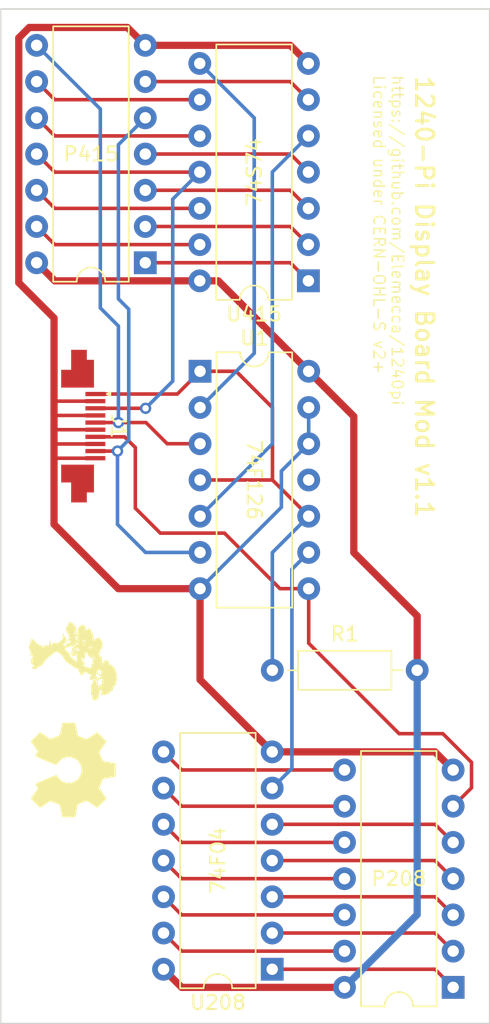
<source format=kicad_pcb>
(kicad_pcb (version 20211014) (generator pcbnew)
  (title_block (title "1240-Pi Display Board Mod") (date "2022-05-21") (rev "1.1") (company "© 2022 Sam Hanes, licensed under CERN-OHL-S v2+") (comment 1 "https://github.com/Elemecca/1240pi"))
  (layers (0 "F.Cu" signal "Front") (31 "B.Cu" signal "Back") (34 "B.Paste" user) (35 "F.Paste" user) (36 "B.SilkS" user "B.Silkscreen") (37 "F.SilkS" user "F.Silkscreen") (38 "B.Mask" user) (39 "F.Mask" user) (44 "Edge.Cuts" user))
  (net 0 "")
  (net 1 "GND")
  (net 2 "+5V")
  (net 3 "/~{EXT_EN}")
  (net 4 "/PIX_CLK")
  (net 5 "/VIDEO")
  (net 6 "/~{HDRIVE}")
  (net 7 "/~{VDRIVE}")
  (net 8 "Net-(P208-Pad1)")
  (net 9 "Net-(P208-Pad2)")
  (net 10 "Net-(P208-Pad3)")
  (net 11 "Net-(P208-Pad4)")
  (net 12 "Net-(U208-Pad5)")
  (net 13 "Net-(P208-Pad12)")
  (net 14 "Net-(P208-Pad8)")
  (net 15 "Net-(P208-Pad9)")
  (net 16 "Net-(P208-Pad10)")
  (net 17 "Net-(P208-Pad11)")
  (net 18 "Net-(P208-Pad13)")
  (net 19 "Net-(P415-Pad1)")
  (net 20 "Net-(P415-Pad2)")
  (net 21 "Net-(P415-Pad3)")
  (net 22 "Net-(P415-Pad4)")
  (net 23 "Net-(P415-Pad6)")
  (net 24 "Net-(P415-Pad9)")
  (net 25 "Net-(P415-Pad10)")
  (net 26 "Net-(P415-Pad12)")
  (net 27 "Net-(P415-Pad13)")
  (net 28 "Net-(U1-Pad9)")
  (net 29 "Net-(U1-Pad2)")
  (net 31 "Net-(U1-Pad5)")
  (footprint "Resistor_THT:R_Axial_DIN0207_L6.3mm_D2.5mm_P10.16mm_Horizontal" (layer "F.Cu") (at 128.27 94.615 180)
    (fp_text reference "R1" (at 5.08 2.54 180) (layer "F.SilkS"))
    (fp_text value "10k")
    (pad "1" thru_hole circle (at 0 0 180) (size 1.6 1.6) (drill 0.8) (layers *.Cu *.Mask) (net 2 "+5V"))
    (pad "2" thru_hole oval (at 10.16 0 180) (size 1.6 1.6) (drill 0.8) (layers *.Cu *.Mask) (net 3 "/~{EXT_EN}"))
  )
  (footprint "Package_DIP:DIP-14_W7.62mm" (layer "F.Cu") (at 109.2 66.045 180)
    (fp_text reference "P415" (at 3.81 7.62) (layer "F.SilkS"))
    (fp_text value "Header")
    (pad "1" thru_hole rect locked (at 0 0 180) (size 1.6 1.6) (drill 0.8) (layers *.Cu *.Mask) (net 19 "Net-(P415-Pad1)"))
    (pad "2" thru_hole oval locked (at 0 2.54 180) (size 1.6 1.6) (drill 0.8) (layers *.Cu *.Mask) (net 20 "Net-(P415-Pad2)"))
    (pad "3" thru_hole oval locked (at 0 5.08 180) (size 1.6 1.6) (drill 0.8) (layers *.Cu *.Mask) (net 21 "Net-(P415-Pad3)"))
    (pad "4" thru_hole oval locked (at 0 7.62 180) (size 1.6 1.6) (drill 0.8) (layers *.Cu *.Mask) (net 22 "Net-(P415-Pad4)"))
    (pad "5" thru_hole oval locked (at 0 10.16 180) (size 1.6 1.6) (drill 0.8) (layers *.Cu *.Mask) (net 7 "/~{VDRIVE}"))
    (pad "6" thru_hole oval locked (at 0 12.7 180) (size 1.6 1.6) (drill 0.8) (layers *.Cu *.Mask) (net 23 "Net-(P415-Pad6)"))
    (pad "7" thru_hole oval locked (at 0 15.24 180) (size 1.6 1.6) (drill 0.8) (layers *.Cu *.Mask) (net 1 "GND"))
    (pad "8" thru_hole oval locked (at 7.62 15.24 180) (size 1.6 1.6) (drill 0.8) (layers *.Cu *.Mask) (net 5 "/VIDEO"))
    (pad "9" thru_hole oval locked (at 7.62 12.7 180) (size 1.6 1.6) (drill 0.8) (layers *.Cu *.Mask) (net 24 "Net-(P415-Pad9)"))
    (pad "10" thru_hole oval locked (at 7.62 10.16 180) (size 1.6 1.6) (drill 0.8) (layers *.Cu *.Mask) (net 25 "Net-(P415-Pad10)"))
    (pad "11" thru_hole oval locked (at 7.62 7.62 180) (size 1.6 1.6) (drill 0.8) (layers *.Cu *.Mask) (net 4 "/PIX_CLK"))
    (pad "12" thru_hole oval locked (at 7.62 5.08 180) (size 1.6 1.6) (drill 0.8) (layers *.Cu *.Mask) (net 26 "Net-(P415-Pad12)"))
    (pad "13" thru_hole oval locked (at 7.62 2.54 180) (size 1.6 1.6) (drill 0.8) (layers *.Cu *.Mask) (net 27 "Net-(P415-Pad13)"))
    (pad "14" thru_hole oval locked (at 7.62 0 180) (size 1.6 1.6) (drill 0.8) (layers *.Cu *.Mask) (net 2 "+5V"))
  )
  (footprint "Package_DIP:DIP-14_W7.62mm" (layer "F.Cu") (at 130.79 116.845 180)
    (fp_text reference "P208" (at 3.81 7.62) (layer "F.SilkS"))
    (fp_text value "Header")
    (pad "1" thru_hole rect locked (at 0 0 180) (size 1.6 1.6) (drill 0.8) (layers *.Cu *.Mask) (net 8 "Net-(P208-Pad1)"))
    (pad "2" thru_hole oval locked (at 0 2.54 180) (size 1.6 1.6) (drill 0.8) (layers *.Cu *.Mask) (net 9 "Net-(P208-Pad2)"))
    (pad "3" thru_hole oval locked (at 0 5.08 180) (size 1.6 1.6) (drill 0.8) (layers *.Cu *.Mask) (net 10 "Net-(P208-Pad3)"))
    (pad "4" thru_hole oval locked (at 0 7.62 180) (size 1.6 1.6) (drill 0.8) (layers *.Cu *.Mask) (net 11 "Net-(P208-Pad4)"))
    (pad "5" thru_hole oval locked (at 0 10.16 180) (size 1.6 1.6) (drill 0.8) (layers *.Cu *.Mask) (net 12 "Net-(U208-Pad5)"))
    (pad "6" thru_hole oval locked (at 0 12.7 180) (size 1.6 1.6) (drill 0.8) (layers *.Cu *.Mask) (net 6 "/~{HDRIVE}"))
    (pad "7" thru_hole oval locked (at 0 15.24 180) (size 1.6 1.6) (drill 0.8) (layers *.Cu *.Mask) (net 1 "GND"))
    (pad "8" thru_hole oval locked (at 7.62 15.24 180) (size 1.6 1.6) (drill 0.8) (layers *.Cu *.Mask) (net 14 "Net-(P208-Pad8)"))
    (pad "9" thru_hole oval locked (at 7.62 12.7 180) (size 1.6 1.6) (drill 0.8) (layers *.Cu *.Mask) (net 15 "Net-(P208-Pad9)"))
    (pad "10" thru_hole oval locked (at 7.62 10.16 180) (size 1.6 1.6) (drill 0.8) (layers *.Cu *.Mask) (net 16 "Net-(P208-Pad10)"))
    (pad "11" thru_hole oval locked (at 7.62 7.62 180) (size 1.6 1.6) (drill 0.8) (layers *.Cu *.Mask) (net 17 "Net-(P208-Pad11)"))
    (pad "12" thru_hole oval locked (at 7.62 5.08 180) (size 1.6 1.6) (drill 0.8) (layers *.Cu *.Mask) (net 13 "Net-(P208-Pad12)"))
    (pad "13" thru_hole oval locked (at 7.62 2.54 180) (size 1.6 1.6) (drill 0.8) (layers *.Cu *.Mask) (net 18 "Net-(P208-Pad13)"))
    (pad "14" thru_hole oval locked (at 7.62 0 180) (size 1.6 1.6) (drill 0.8) (layers *.Cu *.Mask) (net 2 "+5V"))
  )
  (footprint "0Local:Symbol_Bonsai_6.7mm" (layer "F.Cu") (at 104.14 93.98 -90)
    (fp_text reference "G***" hide)
    (fp_text value "LOGO" hide)
  )
  (footprint "Package_DIP:DIP-14_W7.62mm" (layer "F.Cu") (at 113.040008 73.654996)
    (fp_text reference "U1" (at 3.81 -2.33) (layer "F.SilkS"))
    (fp_text value "74F126")
    (fp_text user "${VALUE}" (at 3.799992 7.625004 270 unlocked) (layer "F.SilkS"))
    (pad "1" thru_hole rect (at 0 0) (size 1.6 1.6) (drill 0.8) (layers *.Cu *.Mask) (net 3 "/~{EXT_EN}"))
    (pad "2" thru_hole oval (at 0 2.54) (size 1.6 1.6) (drill 0.8) (layers *.Cu *.Mask) (net 29 "Net-(U1-Pad2)"))
    (pad "3" thru_hole oval (at 0 5.08) (size 1.6 1.6) (drill 0.8) (layers *.Cu *.Mask) (net 5 "/VIDEO"))
    (pad "4" thru_hole oval (at 0 7.62) (size 1.6 1.6) (drill 0.8) (layers *.Cu *.Mask) (net 3 "/~{EXT_EN}"))
    (pad "5" thru_hole oval (at 0 10.16) (size 1.6 1.6) (drill 0.8) (layers *.Cu *.Mask) (net 31 "Net-(U1-Pad5)"))
    (pad "6" thru_hole oval (at 0 12.7) (size 1.6 1.6) (drill 0.8) (layers *.Cu *.Mask) (net 7 "/~{VDRIVE}"))
    (pad "7" thru_hole oval (at 0 15.24) (size 1.6 1.6) (drill 0.8) (layers *.Cu *.Mask) (net 1 "GND"))
    (pad "8" thru_hole oval (at 7.62 15.24) (size 1.6 1.6) (drill 0.8) (layers *.Cu *.Mask) (net 6 "/~{HDRIVE}"))
    (pad "9" thru_hole oval (at 7.62 12.7) (size 1.6 1.6) (drill 0.8) (layers *.Cu *.Mask) (net 28 "Net-(U1-Pad9)"))
    (pad "10" thru_hole oval (at 7.62 10.16) (size 1.6 1.6) (drill 0.8) (layers *.Cu *.Mask) (net 3 "/~{EXT_EN}"))
    (pad "11" thru_hole oval (at 7.62 7.62) (size 1.6 1.6) (drill 0.8) (layers *.Cu *.Mask))
    (pad "12" thru_hole oval (at 7.62 5.08) (size 1.6 1.6) (drill 0.8) (layers *.Cu *.Mask) (net 1 "GND"))
    (pad "13" thru_hole oval (at 7.62 2.54) (size 1.6 1.6) (drill 0.8) (layers *.Cu *.Mask) (net 1 "GND"))
    (pad "14" thru_hole oval (at 7.62 0) (size 1.6 1.6) (drill 0.8) (layers *.Cu *.Mask) (net 2 "+5V"))
  )
  (footprint "Package_DIP:DIP-14_W7.62mm" (layer "F.Cu") (at 118.1 115.574996 180)
    (fp_text reference "U208" (at 3.81 -2.33) (layer "F.SilkS"))
    (fp_text value "74F04")
    (fp_text user "${VALUE}" (at 3.799992 7.625004 90 unlocked) (layer "F.SilkS"))
    (pad "1" thru_hole rect (at 0 0 180) (size 1.6 1.6) (drill 0.8) (layers *.Cu *.Mask) (net 8 "Net-(P208-Pad1)"))
    (pad "2" thru_hole oval (at 0 2.54 180) (size 1.6 1.6) (drill 0.8) (layers *.Cu *.Mask) (net 9 "Net-(P208-Pad2)"))
    (pad "3" thru_hole oval (at 0 5.08 180) (size 1.6 1.6) (drill 0.8) (layers *.Cu *.Mask) (net 10 "Net-(P208-Pad3)"))
    (pad "4" thru_hole oval (at 0 7.62 180) (size 1.6 1.6) (drill 0.8) (layers *.Cu *.Mask) (net 11 "Net-(P208-Pad4)"))
    (pad "5" thru_hole oval (at 0 10.16 180) (size 1.6 1.6) (drill 0.8) (layers *.Cu *.Mask) (net 12 "Net-(U208-Pad5)"))
    (pad "6" thru_hole oval (at 0 12.7 180) (size 1.6 1.6) (drill 0.8) (layers *.Cu *.Mask) (net 28 "Net-(U1-Pad9)"))
    (pad "7" thru_hole oval (at 0 15.24 180) (size 1.6 1.6) (drill 0.8) (layers *.Cu *.Mask) (net 1 "GND"))
    (pad "8" thru_hole oval (at 7.62 15.24 180) (size 1.6 1.6) (drill 0.8) (layers *.Cu *.Mask) (net 14 "Net-(P208-Pad8)"))
    (pad "9" thru_hole oval (at 7.62 12.7 180) (size 1.6 1.6) (drill 0.8) (layers *.Cu *.Mask) (net 15 "Net-(P208-Pad9)"))
    (pad "10" thru_hole oval (at 7.62 10.16 180) (size 1.6 1.6) (drill 0.8) (layers *.Cu *.Mask) (net 16 "Net-(P208-Pad10)"))
    (pad "11" thru_hole oval (at 7.62 7.62 180) (size 1.6 1.6) (drill 0.8) (layers *.Cu *.Mask) (net 17 "Net-(P208-Pad11)"))
    (pad "12" thru_hole oval (at 7.62 5.08 180) (size 1.6 1.6) (drill 0.8) (layers *.Cu *.Mask) (net 13 "Net-(P208-Pad12)"))
    (pad "13" thru_hole oval (at 7.62 2.54 180) (size 1.6 1.6) (drill 0.8) (layers *.Cu *.Mask) (net 18 "Net-(P208-Pad13)"))
    (pad "14" thru_hole oval (at 7.62 0 180) (size 1.6 1.6) (drill 0.8) (layers *.Cu *.Mask) (net 2 "+5V"))
  )
  (footprint "Package_DIP:DIP-14_W7.62mm" (layer "F.Cu") (at 120.64 67.314996 180)
    (fp_text reference "U415" (at 3.81 -2.33) (layer "F.SilkS"))
    (fp_text value "74S74")
    (fp_text user "${VALUE}" (at 3.799992 7.625004 90 unlocked) (layer "F.SilkS"))
    (pad "1" thru_hole rect (at 0 0 180) (size 1.6 1.6) (drill 0.8) (layers *.Cu *.Mask) (net 19 "Net-(P415-Pad1)"))
    (pad "2" thru_hole oval (at 0 2.54 180) (size 1.6 1.6) (drill 0.8) (layers *.Cu *.Mask) (net 20 "Net-(P415-Pad2)"))
    (pad "3" thru_hole oval (at 0 5.08 180) (size 1.6 1.6) (drill 0.8) (layers *.Cu *.Mask) (net 21 "Net-(P415-Pad3)"))
    (pad "4" thru_hole oval (at 0 7.62 180) (size 1.6 1.6) (drill 0.8) (layers *.Cu *.Mask) (net 22 "Net-(P415-Pad4)"))
    (pad "5" thru_hole oval (at 0 10.16 180) (size 1.6 1.6) (drill 0.8) (layers *.Cu *.Mask) (net 31 "Net-(U1-Pad5)"))
    (pad "6" thru_hole oval (at 0 12.7 180) (size 1.6 1.6) (drill 0.8) (layers *.Cu *.Mask) (net 23 "Net-(P415-Pad6)"))
    (pad "7" thru_hole oval (at 0 15.24 180) (size 1.6 1.6) (drill 0.8) (layers *.Cu *.Mask) (net 1 "GND"))
    (pad "8" thru_hole oval (at 7.62 15.24 180) (size 1.6 1.6) (drill 0.8) (layers *.Cu *.Mask) (net 29 "Net-(U1-Pad2)"))
    (pad "9" thru_hole oval (at 7.62 12.7 180) (size 1.6 1.6) (drill 0.8) (layers *.Cu *.Mask) (net 24 "Net-(P415-Pad9)"))
    (pad "10" thru_hole oval (at 7.62 10.16 180) (size 1.6 1.6) (drill 0.8) (layers *.Cu *.Mask) (net 25 "Net-(P415-Pad10)"))
    (pad "11" thru_hole oval (at 7.62 7.62 180) (size 1.6 1.6) (drill 0.8) (layers *.Cu *.Mask) (net 4 "/PIX_CLK"))
    (pad "12" thru_hole oval (at 7.62 5.08 180) (size 1.6 1.6) (drill 0.8) (layers *.Cu *.Mask) (net 26 "Net-(P415-Pad12)"))
    (pad "13" thru_hole oval (at 7.62 2.54 180) (size 1.6 1.6) (drill 0.8) (layers *.Cu *.Mask) (net 27 "Net-(P415-Pad13)"))
    (pad "14" thru_hole oval (at 7.62 0 180) (size 1.6 1.6) (drill 0.8) (layers *.Cu *.Mask) (net 2 "+5V"))
  )
  (footprint "0Local:Amphenol_SFV10R-1ST" (layer "F.Cu") (at 104 77.5 -90)
    (fp_text reference "J1" (at 0 -3.3 -90 unlocked) (layer "F.SilkS"))
    (fp_text value "SFV10R-1ST")
    (pad "1" smd rect (at -2.25 -1.7 270) (size 0.3 1.4) (layers "F.Cu" "F.Paste" "F.Mask") (net 3 "/~{EXT_EN}"))
    (pad "2" smd rect (at -1.75 -1.7 270) (size 0.3 1.4) (layers "F.Cu" "F.Paste" "F.Mask") (net 1 "GND"))
    (pad "3" smd rect (at -1.25 -1.7 270) (size 0.3 1.4) (layers "F.Cu" "F.Paste" "F.Mask") (net 4 "/PIX_CLK"))
    (pad "4" smd rect (at -0.75 -1.7 270) (size 0.3 1.4) (layers "F.Cu" "F.Paste" "F.Mask") (net 1 "GND"))
    (pad "5" smd rect (at -0.25 -1.7 270) (size 0.3 1.4) (layers "F.Cu" "F.Paste" "F.Mask") (net 5 "/VIDEO"))
    (pad "6" smd rect (at 0.25 -1.7 270) (size 0.3 1.4) (layers "F.Cu" "F.Paste" "F.Mask") (net 1 "GND"))
    (pad "7" smd rect (at 0.75 -1.7 270) (size 0.3 1.4) (layers "F.Cu" "F.Paste" "F.Mask") (net 6 "/~{HDRIVE}"))
    (pad "8" smd rect (at 1.25 -1.7 270) (size 0.3 1.4) (layers "F.Cu" "F.Paste" "F.Mask") (net 1 "GND"))
    (pad "9" smd rect (at 1.75 -1.7 270) (size 0.3 1.4) (layers "F.Cu" "F.Paste" "F.Mask") (net 7 "/~{VDRIVE}"))
    (pad "10" smd rect (at 2.25 -1.7 270) (size 0.3 1.4) (layers "F.Cu" "F.Paste" "F.Mask") (net 1 "GND"))
    (pad "MP" smd custom (at -3.675 -0.8 270) (size 1.95 1.6) (layers "F.Cu" "F.Paste" "F.Mask") (options (clearance outline) (anchor rect)) (primitives (gr_poly (pts (xy 0.975 -0.8) (xy 0.975 1.5) (xy -0.275 1.5) (xy -0.275 0.8) (xy -1.675 0.8) (xy -1.675 -0.3) (xy -0.975 -0.3) (xy -0.975 -0.8)) (width 0) (fill yes))))
    (pad "MP" smd custom (at 3.675 -0.8 270) (size 1.95 1.6) (layers "F.Cu" "F.Paste" "F.Mask") (options (clearance outline) (anchor rect)) (primitives (gr_poly (pts (xy -0.975 -0.8) (xy -0.975 1.5) (xy 0.275 1.5) (xy 0.275 0.8) (xy 1.675 0.8) (xy 1.675 -0.3) (xy 0.975 -0.3) (xy 0.975 -0.8)) (width 0) (fill yes))))
  )
  (footprint "Symbol:OSHW-Symbol_6.7x6mm_SilkScreen" (layer "F.Cu") (at 104.14 101.6 -90)
    (fp_text reference "REF**" hide)
    (fp_text value "OSHW-Symbol_6.7x6mm_SilkScreen" hide)
  )
  (gr_rect (start 133.35 119.38) (end 99.06 48.26) (layer "Edge.Cuts") (width 0.1) (fill none))
  (gr_text "1240-Pi Display Board Mod v${REVISION}" (at 128.778 52.832 270) (layer "F.SilkS") (effects (font (size 1.2192 1.2192) (thickness 0.2032)) (justify left)))
  (gr_text "https://github.com/Elemecca/1240pi\nLicensed under CERN-OHL-S v2+" (at 126.238 52.832 -90) (layer "F.SilkS") (effects (font (size 0.8 0.8) (thickness 0.1)) (justify left)))
  (segment (start 105.7 75.75) (end 102.95 75.75) (width 0.25) (layer "F.Cu") (net 1))
  (segment (start 102.8 76.6) (end 102.8 77.8) (width 0.508) (layer "F.Cu") (net 1))
  (segment (start 102.95 75.75) (end 102.8 75.6) (width 0.25) (layer "F.Cu") (net 1))
  (segment (start 109.2 50.805) (end 119.370004 50.805) (width 0.508) (layer "F.Cu") (net 1))
  (segment (start 129.519996 100.334996) (end 130.79 101.605) (width 0.508) (layer "F.Cu") (net 1))
  (segment (start 102.8 84.385) (end 102.8 79.6) (width 0.508) (layer "F.Cu") (net 1))
  (segment (start 113.040008 88.894996) (end 107.309996 88.894996) (width 0.508) (layer "F.Cu") (net 1))
  (segment (start 118.1 100.334996) (end 129.519996 100.334996) (width 0.508) (layer "F.Cu") (net 1))
  (segment (start 107.309996 88.894996) (end 102.8 84.385) (width 0.508) (layer "F.Cu") (net 1))
  (segment (start 105.7 78.75) (end 102.95 78.75) (width 0.25) (layer "F.Cu") (net 1))
  (segment (start 105.7 77.75) (end 102.85 77.75) (width 0.25) (layer "F.Cu") (net 1))
  (segment (start 102.8 69.92) (end 100.326489 67.446489) (width 0.508) (layer "F.Cu") (net 1))
  (segment (start 102.85 77.75) (end 102.8 77.8) (width 0.25) (layer "F.Cu") (net 1))
  (segment (start 102.8 78.6) (end 102.8 79.6) (width 0.508) (layer "F.Cu") (net 1))
  (segment (start 113.040008 95.275004) (end 118.1 100.334996) (width 0.508) (layer "F.Cu") (net 1))
  (segment (start 102.95 76.75) (end 102.8 76.6) (width 0.25) (layer "F.Cu") (net 1))
  (segment (start 102.95 78.75) (end 102.8 78.6) (width 0.25) (layer "F.Cu") (net 1))
  (segment (start 102.8 77.8) (end 102.8 78.6) (width 0.508) (layer "F.Cu") (net 1))
  (segment (start 105.7 76.75) (end 102.95 76.75) (width 0.25) (layer "F.Cu") (net 1))
  (segment (start 113.040008 88.894996) (end 113.040008 95.275004) (width 0.508) (layer "F.Cu") (net 1))
  (segment (start 119.370004 50.805) (end 120.64 52.074996) (width 0.508) (layer "F.Cu") (net 1))
  (segment (start 105.7 79.75) (end 102.95 79.75) (width 0.25) (layer "F.Cu") (net 1))
  (segment (start 100.326489 50.285778) (end 101.060778 49.551489) (width 0.508) (layer "F.Cu") (net 1))
  (segment (start 102.8 75.6) (end 102.8 69.92) (width 0.508) (layer "F.Cu") (net 1))
  (segment (start 101.060778 49.551489) (end 107.946489 49.551489) (width 0.508) (layer "F.Cu") (net 1))
  (segment (start 102.95 79.75) (end 102.8 79.6) (width 0.25) (layer "F.Cu") (net 1))
  (segment (start 107.946489 49.551489) (end 109.2 50.805) (width 0.508) (layer "F.Cu") (net 1))
  (segment (start 102.8 75.6) (end 102.8 76.6) (width 0.508) (layer "F.Cu") (net 1))
  (segment (start 100.326489 67.446489) (end 100.326489 50.285778) (width 0.508) (layer "F.Cu") (net 1))
  (segment (start 118.745 83.190004) (end 113.040008 88.894996) (width 0.254) (layer "B.Cu") (net 1))
  (segment (start 120.660008 76.194996) (end 120.660008 78.734996) (width 0.254) (layer "B.Cu") (net 1))
  (segment (start 120.660008 78.734996) (end 118.745 80.650004) (width 0.254) (layer "B.Cu") (net 1))
  (segment (start 118.745 80.650004) (end 118.745 83.190004) (width 0.254) (layer "B.Cu") (net 1))
  (segment (start 123.825 76.819988) (end 120.660008 73.654996) (width 0.508) (layer "F.Cu") (net 2))
  (segment (start 128.27 90.805) (end 123.825 86.36) (width 0.508) (layer "F.Cu") (net 2))
  (segment (start 128.27 94.615) (end 128.27 90.805) (width 0.508) (layer "F.Cu") (net 2))
  (segment (start 102.849996 67.314996) (end 101.58 66.045) (width 0.508) (layer "F.Cu") (net 2))
  (segment (start 120.660008 73.654996) (end 114.320008 67.314996) (width 0.508) (layer "F.Cu") (net 2))
  (segment (start 111.750004 116.845) (end 110.48 115.574996) (width 0.508) (layer "F.Cu") (net 2))
  (segment (start 123.17 116.845) (end 111.750004 116.845) (width 0.508) (layer "F.Cu") (net 2))
  (segment (start 114.320008 67.314996) (end 113.02 67.314996) (width 0.508) (layer "F.Cu") (net 2))
  (segment (start 113.02 67.314996) (end 102.849996 67.314996) (width 0.508) (layer "F.Cu") (net 2))
  (segment (start 123.825 86.36) (end 123.825 76.819988) (width 0.508) (layer "F.Cu") (net 2))
  (segment (start 128.27 111.745) (end 123.17 116.845) (width 0.508) (layer "B.Cu") (net 2))
  (segment (start 128.27 94.615) (end 128.27 111.745) (width 0.508) (layer "B.Cu") (net 2))
  (segment (start 113.04 81.275) (end 118.12 81.275) (width 0.254) (layer "F.Cu") (net 3))
  (segment (start 118.12 76.2025) (end 115.5725 73.655) (width 0.254) (layer "F.Cu") (net 3))
  (segment (start 118.12 81.275) (end 120.66 83.815) (width 0.254) (layer "F.Cu") (net 3))
  (segment (start 105.7 75.25) (end 111.445004 75.25) (width 0.25) (layer "F.Cu") (net 3))
  (segment (start 111.445004 75.25) (end 113.040008 73.654996) (width 0.25) (layer "F.Cu") (net 3))
  (segment (start 115.5725 73.655) (end 113.04 73.655) (width 0.254) (layer "F.Cu") (net 3))
  (segment (start 118.12 81.275) (end 118.12 76.2025) (width 0.254) (layer "F.Cu") (net 3))
  (segment (start 120.660008 83.814996) (end 118.11 86.365004) (width 0.254) (layer "B.Cu") (net 3))
  (segment (start 118.11 86.365004) (end 118.11 94.615) (width 0.254) (layer "B.Cu") (net 3))
  (segment (start 113.02 59.694996) (end 102.849996 59.694996) (width 0.25) (layer "F.Cu") (net 4))
  (segment (start 105.7 76.25) (end 109.22 76.25) (width 0.25) (layer "F.Cu") (net 4))
  (segment (start 102.849996 59.694996) (end 101.58 58.425) (width 0.25) (layer "F.Cu") (net 4))
  (via (at 109.22 76.25) (size 0.8) (drill 0.45) (layers "F.Cu" "B.Cu") (net 4))
  (segment (start 111.125 61.589996) (end 113.02 59.694996) (width 0.25) (layer "B.Cu") (net 4))
  (segment (start 111.125 74.345) (end 111.125 61.589996) (width 0.25) (layer "B.Cu") (net 4))
  (segment (start 109.22 76.25) (end 111.125 74.345) (width 0.25) (layer "B.Cu") (net 4))
  (segment (start 110.734996 78.734996) (end 113.040008 78.734996) (width 0.25) (layer "F.Cu") (net 5))
  (segment (start 105.7 77.25) (end 109.25 77.25) (width 0.25) (layer "F.Cu") (net 5))
  (segment (start 109.25 77.25) (end 110.734996 78.734996) (width 0.25) (layer "F.Cu") (net 5))
  (via (at 107.315 77.25) (size 0.8) (drill 0.45) (layers "F.Cu" "B.Cu") (net 5))
  (segment (start 106.045 55.27) (end 101.58 50.805) (width 0.25) (layer "B.Cu") (net 5))
  (segment (start 107.315 70.485) (end 106.045 69.215) (width 0.25) (layer "B.Cu") (net 5))
  (segment (start 107.315 77.25) (end 107.315 70.485) (width 0.25) (layer "B.Cu") (net 5))
  (segment (start 106.045 69.215) (end 106.045 55.27) (width 0.25) (layer "B.Cu") (net 5))
  (segment (start 120.660008 88.894996) (end 118.644996 88.894996) (width 0.25) (layer "F.Cu") (net 6))
  (segment (start 120.660008 92.720008) (end 127 99.06) (width 0.25) (layer "F.Cu") (net 6))
  (segment (start 108.5 79) (end 107.75 78.25) (width 0.25) (layer "F.Cu") (net 6))
  (segment (start 120.660008 88.894996) (end 120.660008 92.720008) (width 0.25) (layer "F.Cu") (net 6))
  (segment (start 127 99.06) (end 130.06865 99.06) (width 0.25) (layer "F.Cu") (net 6))
  (segment (start 108.5 83.25) (end 108.5 79) (width 0.25) (layer "F.Cu") (net 6))
  (segment (start 132.08 101.07135) (end 132.08 102.855) (width 0.25) (layer "F.Cu") (net 6))
  (segment (start 118.644996 88.894996) (end 114.75 85) (width 0.25) (layer "F.Cu") (net 6))
  (segment (start 110.25 85) (end 108.5 83.25) (width 0.25) (layer "F.Cu") (net 6))
  (segment (start 130.06865 99.06) (end 132.08 101.07135) (width 0.25) (layer "F.Cu") (net 6))
  (segment (start 114.75 85) (end 110.25 85) (width 0.25) (layer "F.Cu") (net 6))
  (segment (start 132.08 102.855) (end 130.79 104.145) (width 0.25) (layer "F.Cu") (net 6))
  (segment (start 107.75 78.25) (end 105.7 78.25) (width 0.25) (layer "F.Cu") (net 6))
  (segment (start 105.7 79.25) (end 107.25 79.25) (width 0.25) (layer "F.Cu") (net 7))
  (via (at 107.25 79.25) (size 0.8) (drill 0.45) (layers "F.Cu" "B.Cu") (net 7))
  (segment (start 107.25 79.25) (end 107.25 84.39) (width 0.25) (layer "B.Cu") (net 7))
  (segment (start 107.25 84.39) (end 109.214996 86.354996) (width 0.25) (layer "B.Cu") (net 7))
  (segment (start 107.315 68.58) (end 107.315 57.77) (width 0.25) (layer "B.Cu") (net 7))
  (segment (start 107.25 79.25) (end 108.039511 78.460489) (width 0.25) (layer "B.Cu") (net 7))
  (segment (start 109.214996 86.354996) (end 113.040008 86.354996) (width 0.25) (layer "B.Cu") (net 7))
  (segment (start 108.039511 69.304511) (end 107.315 68.58) (width 0.25) (layer "B.Cu") (net 7))
  (segment (start 107.315 57.77) (end 109.2 55.885) (width 0.25) (layer "B.Cu") (net 7))
  (segment (start 108.039511 78.460489) (end 108.039511 69.304511) (width 0.25) (layer "B.Cu") (net 7))
  (segment (start 129.519996 115.574996) (end 130.79 116.845) (width 0.25) (layer "F.Cu") (net 8))
  (segment (start 118.1 115.574996) (end 129.519996 115.574996) (width 0.25) (layer "F.Cu") (net 8))
  (segment (start 129.519996 113.034996) (end 130.79 114.305) (width 0.25) (layer "F.Cu") (net 9))
  (segment (start 118.1 113.034996) (end 129.519996 113.034996) (width 0.25) (layer "F.Cu") (net 9))
  (segment (start 118.1 110.494996) (end 129.519996 110.494996) (width 0.25) (layer "F.Cu") (net 10))
  (segment (start 129.519996 110.494996) (end 130.79 111.765) (width 0.25) (layer "F.Cu") (net 10))
  (segment (start 118.1 107.954996) (end 129.519996 107.954996) (width 0.25) (layer "F.Cu") (net 11))
  (segment (start 129.519996 107.954996) (end 130.79 109.225) (width 0.25) (layer "F.Cu") (net 11))
  (segment (start 129.519996 105.414996) (end 130.79 106.685) (width 0.25) (layer "F.Cu") (net 12))
  (segment (start 118.1 105.414996) (end 129.519996 105.414996) (width 0.25) (layer "F.Cu") (net 12))
  (segment (start 111.750004 111.765) (end 123.17 111.765) (width 0.25) (layer "F.Cu") (net 13))
  (segment (start 110.48 110.494996) (end 111.750004 111.765) (width 0.25) (layer "F.Cu") (net 13))
  (segment (start 111.750004 101.605) (end 110.48 100.334996) (width 0.25) (layer "F.Cu") (net 14))
  (segment (start 123.17 101.605) (end 111.750004 101.605) (width 0.25) (layer "F.Cu") (net 14))
  (segment (start 111.750004 104.145) (end 110.48 102.874996) (width 0.25) (layer "F.Cu") (net 15))
  (segment (start 123.17 104.145) (end 111.750004 104.145) (width 0.25) (layer "F.Cu") (net 15))
  (segment (start 123.17 106.685) (end 111.750004 106.685) (width 0.25) (layer "F.Cu") (net 16))
  (segment (start 111.750004 106.685) (end 110.48 105.414996) (width 0.25) (layer "F.Cu") (net 16))
  (segment (start 111.750004 109.225) (end 110.48 107.954996) (width 0.25) (layer "F.Cu") (net 17))
  (segment (start 123.17 109.225) (end 111.750004 109.225) (width 0.25) (layer "F.Cu") (net 17))
  (segment (start 123.17 114.305) (end 111.750004 114.305) (width 0.25) (layer "F.Cu") (net 18))
  (segment (start 111.750004 114.305) (end 110.48 113.034996) (width 0.25) (layer "F.Cu") (net 18))
  (segment (start 109.2 66.045) (end 119.370004 66.045) (width 0.25) (layer "F.Cu") (net 19))
  (segment (start 119.370004 66.045) (end 120.64 67.314996) (width 0.25) (layer "F.Cu") (net 19))
  (segment (start 109.2 63.505) (end 119.370004 63.505) (width 0.25) (layer "F.Cu") (net 20))
  (segment (start 119.370004 63.505) (end 120.64 64.774996) (width 0.25) (layer "F.Cu") (net 20))
  (segment (start 109.2 60.965) (end 119.370004 60.965) (width 0.25) (layer "F.Cu") (net 21))
  (segment (start 119.370004 60.965) (end 120.64 62.234996) (width 0.25) (layer "F.Cu") (net 21))
  (segment (start 109.2 58.425) (end 119.370004 58.425) (width 0.25) (layer "F.Cu") (net 22))
  (segment (start 119.370004 58.425) (end 120.64 59.694996) (width 0.25) (layer "F.Cu") (net 22))
  (segment (start 109.2 53.345) (end 119.370004 53.345) (width 0.25) (layer "F.Cu") (net 23))
  (segment (start 119.370004 53.345) (end 120.64 54.614996) (width 0.25) (layer "F.Cu") (net 23))
  (segment (start 102.849996 54.614996) (end 101.58 53.345) (width 0.25) (layer "F.Cu") (net 24))
  (segment (start 113.02 54.614996) (end 102.849996 54.614996) (width 0.25) (layer "F.Cu") (net 24))
  (segment (start 102.849996 57.154996) (end 101.58 55.885) (width 0.25) (layer "F.Cu") (net 25))
  (segment (start 113.02 57.154996) (end 102.849996 57.154996) (width 0.25) (layer "F.Cu") (net 25))
  (segment (start 113.02 62.234996) (end 102.849996 62.234996) (width 0.25) (layer "F.Cu") (net 26))
  (segment (start 102.849996 62.234996) (end 101.58 60.965) (width 0.25) (layer "F.Cu") (net 26))
  (segment (start 113.02 64.774996) (end 102.849996 64.774996) (width 0.25) (layer "F.Cu") (net 27))
  (segment (start 102.849996 64.774996) (end 101.58 63.505) (width 0.25) (layer "F.Cu") (net 27))
  (segment (start 119.483489 101.491507) (end 118.1 102.874996) (width 0.254) (layer "B.Cu") (net 28))
  (segment (start 119.483489 87.531511) (end 119.483489 101.491507) (width 0.254) (layer "B.Cu") (net 28))
  (segment (start 120.66 86.355) (end 119.483489 87.531511) (width 0.254) (layer "B.Cu") (net 28))
  (segment (start 116.84 55.894996) (end 113.02 52.074996) (width 0.254) (layer "B.Cu") (net 29))
  (segment (start 116.84 72.395004) (end 116.84 55.894996) (width 0.254) (layer "B.Cu") (net 29))
  (segment (start 113.040008 76.194996) (end 116.84 72.395004) (width 0.254) (layer "B.Cu") (net 29))
  (segment (start 113.040008 83.814996) (end 118.11 78.745004) (width 0.25) (layer "B.Cu") (net 31))
  (segment (start 118.11 78.745004) (end 118.11 59.684996) (width 0.25) (layer "B.Cu") (net 31))
  (segment (start 118.11 59.684996) (end 120.64 57.154996) (width 0.25) (layer "B.Cu") (net 31))
)
</source>
